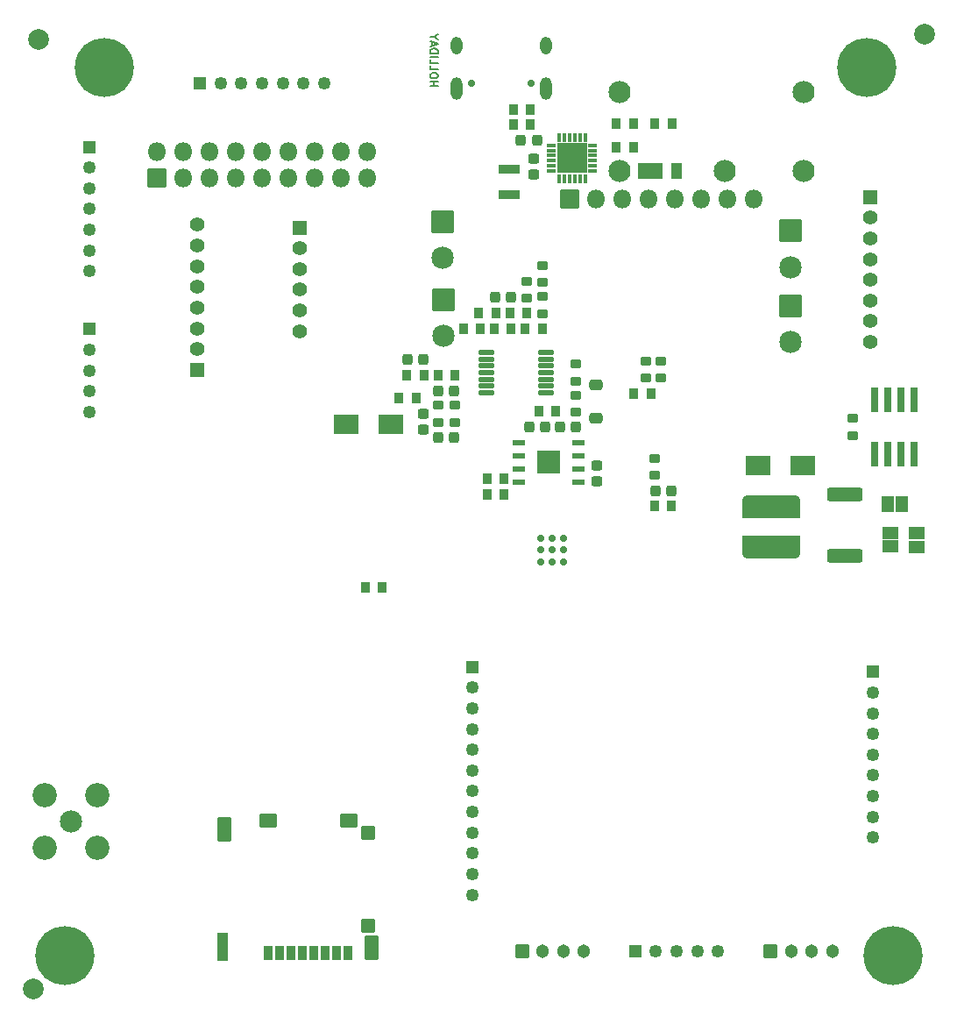
<source format=gbs>
%TF.GenerationSoftware,KiCad,Pcbnew,8.0.4*%
%TF.CreationDate,2025-03-18T17:40:55-07:00*%
%TF.ProjectId,mainboard,6d61696e-626f-4617-9264-2e6b69636164,v6.4*%
%TF.SameCoordinates,Original*%
%TF.FileFunction,Soldermask,Bot*%
%TF.FilePolarity,Negative*%
%FSLAX46Y46*%
G04 Gerber Fmt 4.6, Leading zero omitted, Abs format (unit mm)*
G04 Created by KiCad (PCBNEW 8.0.4) date 2025-03-18 17:40:55*
%MOMM*%
%LPD*%
G01*
G04 APERTURE LIST*
G04 Aperture macros list*
%AMRoundRect*
0 Rectangle with rounded corners*
0 $1 Rounding radius*
0 $2 $3 $4 $5 $6 $7 $8 $9 X,Y pos of 4 corners*
0 Add a 4 corners polygon primitive as box body*
4,1,4,$2,$3,$4,$5,$6,$7,$8,$9,$2,$3,0*
0 Add four circle primitives for the rounded corners*
1,1,$1+$1,$2,$3*
1,1,$1+$1,$4,$5*
1,1,$1+$1,$6,$7*
1,1,$1+$1,$8,$9*
0 Add four rect primitives between the rounded corners*
20,1,$1+$1,$2,$3,$4,$5,0*
20,1,$1+$1,$4,$5,$6,$7,0*
20,1,$1+$1,$6,$7,$8,$9,0*
20,1,$1+$1,$8,$9,$2,$3,0*%
%AMFreePoly0*
4,1,35,1.110921,2.785921,1.125800,2.750000,1.125800,-2.750000,1.110921,-2.785921,1.075000,-2.800800,-0.537500,-2.800800,-0.543557,-2.800438,-0.670818,-2.785155,-0.683397,-2.781975,-0.819570,-2.728276,-0.831629,-2.721496,-0.948265,-2.633048,-0.958048,-2.623265,-1.046496,-2.506629,-1.053276,-2.494570,-1.106975,-2.358397,-1.110155,-2.345818,-1.125438,-2.218557,-1.125800,-2.212500,-1.125800,2.212500,
-1.125438,2.218557,-1.110155,2.345818,-1.106975,2.358397,-1.053276,2.494570,-1.046496,2.506629,-0.958048,2.623265,-0.948265,2.633048,-0.831629,2.721496,-0.819570,2.728276,-0.683397,2.781975,-0.670818,2.785155,-0.543557,2.800438,-0.537500,2.800800,1.075000,2.800800,1.110921,2.785921,1.110921,2.785921,$1*%
%AMFreePoly1*
4,1,35,0.543557,2.800438,0.670818,2.785155,0.683397,2.781975,0.819570,2.728276,0.831629,2.721496,0.948265,2.633048,0.958048,2.623265,1.046496,2.506629,1.053276,2.494570,1.106975,2.358397,1.110155,2.345818,1.125438,2.218557,1.125800,2.212500,1.125800,-2.212500,1.125438,-2.218557,1.110155,-2.345818,1.106975,-2.358397,1.053276,-2.494570,1.046496,-2.506629,0.958048,-2.623265,
0.948265,-2.633048,0.831629,-2.721496,0.819570,-2.728276,0.683397,-2.781975,0.670818,-2.785155,0.543557,-2.800438,0.537500,-2.800800,-1.075000,-2.800800,-1.110921,-2.785921,-1.125800,-2.750000,-1.125800,2.750000,-1.110921,2.785921,-1.075000,2.800800,0.537500,2.800800,0.543557,2.800438,0.543557,2.800438,$1*%
G04 Aperture macros list end*
%ADD10C,0.190500*%
%ADD11C,5.701600*%
%ADD12C,2.133600*%
%ADD13C,2.151600*%
%ADD14C,2.351600*%
%ADD15RoundRect,0.063500X-1.016000X1.016000X-1.016000X-1.016000X1.016000X-1.016000X1.016000X1.016000X0*%
%ADD16C,2.159000*%
%ADD17C,0.701600*%
%ADD18O,1.101600X2.201600*%
%ADD19O,1.101600X1.701600*%
%ADD20RoundRect,0.050800X0.575000X0.575000X-0.575000X0.575000X-0.575000X-0.575000X0.575000X-0.575000X0*%
%ADD21C,1.251600*%
%ADD22RoundRect,0.050800X0.575000X-0.575000X0.575000X0.575000X-0.575000X0.575000X-0.575000X-0.575000X0*%
%ADD23RoundRect,0.050800X0.654000X-0.654000X0.654000X0.654000X-0.654000X0.654000X-0.654000X-0.654000X0*%
%ADD24C,1.409600*%
%ADD25RoundRect,0.076200X-0.575000X-0.575000X0.575000X-0.575000X0.575000X0.575000X-0.575000X0.575000X0*%
%ADD26C,1.302400*%
%ADD27RoundRect,0.050800X-0.654000X0.654000X-0.654000X-0.654000X0.654000X-0.654000X0.654000X0.654000X0*%
%ADD28RoundRect,0.063500X-0.580000X-0.625000X0.580000X-0.625000X0.580000X0.625000X-0.580000X0.625000X0*%
%ADD29RoundRect,0.063500X-0.750000X-0.575000X0.750000X-0.575000X0.750000X0.575000X-0.750000X0.575000X0*%
%ADD30RoundRect,0.063500X-0.575000X-1.100000X0.575000X-1.100000X0.575000X1.100000X-0.575000X1.100000X0*%
%ADD31RoundRect,0.063500X-0.475000X-1.250000X0.475000X-1.250000X0.475000X1.250000X-0.475000X1.250000X0*%
%ADD32RoundRect,0.063500X-0.580000X-0.600000X0.580000X-0.600000X0.580000X0.600000X-0.580000X0.600000X0*%
%ADD33RoundRect,0.063500X-0.400000X-0.620000X0.400000X-0.620000X0.400000X0.620000X-0.400000X0.620000X0*%
%ADD34C,2.000000*%
%ADD35RoundRect,0.225400X-0.225400X-0.300400X0.225400X-0.300400X0.225400X0.300400X-0.225400X0.300400X0*%
%ADD36RoundRect,0.050800X0.150000X0.400000X-0.150000X0.400000X-0.150000X-0.400000X0.150000X-0.400000X0*%
%ADD37RoundRect,0.050800X-0.400000X0.150000X-0.400000X-0.150000X0.400000X-0.150000X0.400000X0.150000X0*%
%ADD38RoundRect,0.050800X-1.400000X1.400000X-1.400000X-1.400000X1.400000X-1.400000X1.400000X1.400000X0*%
%ADD39RoundRect,0.225400X0.225400X0.300400X-0.225400X0.300400X-0.225400X-0.300400X0.225400X-0.300400X0*%
%ADD40RoundRect,0.250400X0.275400X-0.250400X0.275400X0.250400X-0.275400X0.250400X-0.275400X-0.250400X0*%
%ADD41RoundRect,0.200155X-0.850645X0.250645X-0.850645X-0.250645X0.850645X-0.250645X0.850645X0.250645X0*%
%ADD42RoundRect,0.063500X-0.450000X-0.700000X0.450000X-0.700000X0.450000X0.700000X-0.450000X0.700000X0*%
%ADD43RoundRect,0.063500X-1.100000X-0.700000X1.100000X-0.700000X1.100000X0.700000X-1.100000X0.700000X0*%
%ADD44RoundRect,0.050800X-0.850000X0.850000X-0.850000X-0.850000X0.850000X-0.850000X0.850000X0.850000X0*%
%ADD45O,1.801600X1.801600*%
%ADD46RoundRect,0.225400X0.300400X-0.225400X0.300400X0.225400X-0.300400X0.225400X-0.300400X-0.225400X0*%
%ADD47RoundRect,0.050800X-0.750000X0.500000X-0.750000X-0.500000X0.750000X-0.500000X0.750000X0.500000X0*%
%ADD48RoundRect,0.250400X-0.250400X-0.275400X0.250400X-0.275400X0.250400X0.275400X-0.250400X0.275400X0*%
%ADD49RoundRect,0.225400X-0.300400X0.225400X-0.300400X-0.225400X0.300400X-0.225400X0.300400X0.225400X0*%
%ADD50RoundRect,0.250400X0.250400X0.275400X-0.250400X0.275400X-0.250400X-0.275400X0.250400X-0.275400X0*%
%ADD51FreePoly0,270.000000*%
%ADD52FreePoly1,270.000000*%
%ADD53RoundRect,0.050800X1.175000X-0.850000X1.175000X0.850000X-1.175000X0.850000X-1.175000X-0.850000X0*%
%ADD54RoundRect,0.050800X-0.304800X-1.104900X0.304800X-1.104900X0.304800X1.104900X-0.304800X1.104900X0*%
%ADD55RoundRect,0.270735X-1.455065X0.392565X-1.455065X-0.392565X1.455065X-0.392565X1.455065X0.392565X0*%
%ADD56RoundRect,0.125400X-0.662900X-0.125400X0.662900X-0.125400X0.662900X0.125400X-0.662900X0.125400X0*%
%ADD57RoundRect,0.063500X-0.525000X-0.225000X0.525000X-0.225000X0.525000X0.225000X-0.525000X0.225000X0*%
%ADD58RoundRect,0.063500X-1.050000X1.050000X-1.050000X-1.050000X1.050000X-1.050000X1.050000X1.050000X0*%
%ADD59RoundRect,0.050800X0.500000X0.750000X-0.500000X0.750000X-0.500000X-0.750000X0.500000X-0.750000X0*%
%ADD60RoundRect,0.250400X-0.275400X0.250400X-0.275400X-0.250400X0.275400X-0.250400X0.275400X0.250400X0*%
%ADD61RoundRect,0.250400X-0.400400X0.250400X-0.400400X-0.250400X0.400400X-0.250400X0.400400X0.250400X0*%
G04 APERTURE END LIST*
D10*
X138657390Y-59349285D02*
X139419390Y-59349285D01*
X139056533Y-59349285D02*
X139056533Y-58913856D01*
X138657390Y-58913856D02*
X139419390Y-58913856D01*
X139419390Y-58405856D02*
X139419390Y-58260713D01*
X139419390Y-58260713D02*
X139383104Y-58188142D01*
X139383104Y-58188142D02*
X139310533Y-58115570D01*
X139310533Y-58115570D02*
X139165390Y-58079285D01*
X139165390Y-58079285D02*
X138911390Y-58079285D01*
X138911390Y-58079285D02*
X138766247Y-58115570D01*
X138766247Y-58115570D02*
X138693676Y-58188142D01*
X138693676Y-58188142D02*
X138657390Y-58260713D01*
X138657390Y-58260713D02*
X138657390Y-58405856D01*
X138657390Y-58405856D02*
X138693676Y-58478428D01*
X138693676Y-58478428D02*
X138766247Y-58550999D01*
X138766247Y-58550999D02*
X138911390Y-58587285D01*
X138911390Y-58587285D02*
X139165390Y-58587285D01*
X139165390Y-58587285D02*
X139310533Y-58550999D01*
X139310533Y-58550999D02*
X139383104Y-58478428D01*
X139383104Y-58478428D02*
X139419390Y-58405856D01*
X138657390Y-57389856D02*
X138657390Y-57752713D01*
X138657390Y-57752713D02*
X139419390Y-57752713D01*
X138657390Y-56772999D02*
X138657390Y-57135856D01*
X138657390Y-57135856D02*
X139419390Y-57135856D01*
X138657390Y-56518999D02*
X139419390Y-56518999D01*
X138657390Y-56156142D02*
X139419390Y-56156142D01*
X139419390Y-56156142D02*
X139419390Y-55974713D01*
X139419390Y-55974713D02*
X139383104Y-55865856D01*
X139383104Y-55865856D02*
X139310533Y-55793285D01*
X139310533Y-55793285D02*
X139237961Y-55756999D01*
X139237961Y-55756999D02*
X139092818Y-55720713D01*
X139092818Y-55720713D02*
X138983961Y-55720713D01*
X138983961Y-55720713D02*
X138838818Y-55756999D01*
X138838818Y-55756999D02*
X138766247Y-55793285D01*
X138766247Y-55793285D02*
X138693676Y-55865856D01*
X138693676Y-55865856D02*
X138657390Y-55974713D01*
X138657390Y-55974713D02*
X138657390Y-56156142D01*
X138875104Y-55430428D02*
X138875104Y-55067571D01*
X138657390Y-55502999D02*
X139419390Y-55248999D01*
X139419390Y-55248999D02*
X138657390Y-54994999D01*
X139020247Y-54595856D02*
X138657390Y-54595856D01*
X139419390Y-54849856D02*
X139020247Y-54595856D01*
X139020247Y-54595856D02*
X139419390Y-54341856D01*
D11*
X107236100Y-57564100D03*
X103426100Y-143294100D03*
X183426100Y-143294100D03*
X180896100Y-57564100D03*
D12*
X157000000Y-67500000D03*
X157000000Y-59880000D03*
X167160000Y-67500000D03*
X174780000Y-59880000D03*
X174780000Y-67500000D03*
D13*
X103949500Y-130365500D03*
D14*
X106489500Y-127825500D03*
X101409500Y-127825500D03*
X106489500Y-132905500D03*
X101409500Y-132905500D03*
D15*
X173532800Y-80572200D03*
D16*
X173532800Y-84072200D03*
D15*
X139954000Y-79959200D03*
D16*
X139954000Y-83459200D03*
D17*
X148437000Y-59053000D03*
X142667000Y-59053000D03*
D18*
X149872000Y-59553000D03*
D19*
X149872000Y-55413000D03*
D18*
X141232000Y-59553000D03*
D19*
X141232000Y-55413000D03*
D15*
X139903200Y-72440800D03*
D16*
X139903200Y-75940800D03*
D15*
X173532800Y-73307800D03*
D16*
X173532800Y-76807800D03*
D17*
X149326667Y-103010000D03*
X149326667Y-104143333D03*
X149326667Y-105276666D03*
X150460000Y-103010000D03*
X150460000Y-104143333D03*
X150460000Y-105276666D03*
X151593333Y-103010000D03*
X151593333Y-104143333D03*
X151593333Y-105276666D03*
D20*
X158484001Y-142920000D03*
D21*
X160484002Y-142920000D03*
X162484001Y-142920000D03*
X164484002Y-142920000D03*
X166484000Y-142920000D03*
D22*
X105800000Y-82799999D03*
D21*
X105800000Y-84800000D03*
X105800000Y-86799999D03*
X105800000Y-88800000D03*
X105800000Y-90799998D03*
D23*
X181200000Y-70050001D03*
D24*
X181200000Y-72050002D03*
X181200000Y-74050001D03*
X181200000Y-76050002D03*
X181200000Y-78050000D03*
X181200000Y-80050001D03*
X181200000Y-82050000D03*
X181200000Y-84050001D03*
D22*
X142720000Y-115430000D03*
D21*
X142720000Y-117430001D03*
X142720000Y-119430000D03*
X142720000Y-121430001D03*
X142720000Y-123429999D03*
X142720000Y-125430000D03*
X142720000Y-127429999D03*
X142720000Y-129430000D03*
X142720000Y-131430001D03*
X142720000Y-133430000D03*
X142720000Y-135430000D03*
X142720000Y-137430000D03*
D25*
X147550000Y-142920000D03*
D26*
X149550000Y-142920000D03*
X151550000Y-142920000D03*
X153550000Y-142920000D03*
D23*
X126100000Y-73000000D03*
D24*
X126100000Y-75000000D03*
X126100000Y-77000000D03*
X126100000Y-79000000D03*
X126100000Y-81000000D03*
X126100000Y-83000000D03*
D27*
X116205000Y-86739999D03*
D24*
X116205000Y-84739998D03*
X116205000Y-82739999D03*
X116205000Y-80739998D03*
X116205000Y-78740000D03*
X116205000Y-76739999D03*
X116205000Y-74740000D03*
X116205000Y-72739999D03*
D22*
X105750000Y-65214001D03*
D21*
X105750000Y-67214002D03*
X105750000Y-69214001D03*
X105750000Y-71214002D03*
X105750000Y-73214000D03*
X105750000Y-75214001D03*
X105750000Y-77214000D03*
D25*
X171550000Y-142920000D03*
D26*
X173550000Y-142920000D03*
X175550000Y-142920000D03*
X177550000Y-142920000D03*
D20*
X116450001Y-59050000D03*
D21*
X118450002Y-59050000D03*
X120450001Y-59050000D03*
X122450002Y-59050000D03*
X124450000Y-59050000D03*
X126450001Y-59050000D03*
X128450000Y-59050000D03*
D22*
X181491000Y-115900000D03*
D21*
X181491000Y-117900001D03*
X181491000Y-119900000D03*
X181491000Y-121900001D03*
X181491000Y-123899999D03*
X181491000Y-125900000D03*
X181491000Y-127899999D03*
X181491000Y-129900000D03*
X181491000Y-131900001D03*
D28*
X132650000Y-140425000D03*
D29*
X130850000Y-130300000D03*
X123070000Y-130300000D03*
D30*
X118765000Y-131095000D03*
X133055000Y-142575000D03*
D31*
X118665000Y-142425000D03*
D32*
X132650000Y-131425000D03*
D33*
X130710000Y-143055000D03*
X129610000Y-143055000D03*
X128510000Y-143055000D03*
X127410000Y-143055000D03*
X126310000Y-143055000D03*
X125210000Y-143055000D03*
X124110000Y-143055000D03*
X123010000Y-143055000D03*
D34*
X186436000Y-54356000D03*
D35*
X146700000Y-61604600D03*
X148350000Y-61604600D03*
D36*
X151150000Y-64294000D03*
X151650000Y-64294000D03*
X152150000Y-64294000D03*
X152650000Y-64294000D03*
X153150000Y-64294000D03*
X153650000Y-64294000D03*
D37*
X154400000Y-65044000D03*
X154400000Y-65544000D03*
X154400000Y-66044000D03*
X154400000Y-66544000D03*
X154400000Y-67044000D03*
X154400000Y-67544000D03*
D36*
X153650000Y-68294000D03*
X153150000Y-68294000D03*
X152650000Y-68294000D03*
X152150000Y-68294000D03*
X151650000Y-68294000D03*
X151150000Y-68294000D03*
D37*
X150400000Y-67544000D03*
X150400000Y-67044000D03*
X150400000Y-66544000D03*
X150400000Y-66044000D03*
X150400000Y-65544000D03*
X150400000Y-65044000D03*
D38*
X152400000Y-66294000D03*
D39*
X158305000Y-65278000D03*
X156655000Y-65278000D03*
D40*
X148666200Y-67900000D03*
X148666200Y-66350000D03*
D39*
X162038800Y-62941200D03*
X160388800Y-62941200D03*
D35*
X156655000Y-62941200D03*
X158305000Y-62941200D03*
D39*
X148350000Y-63075000D03*
X146700000Y-63075000D03*
D41*
X146300000Y-67400000D03*
X146300000Y-69800000D03*
D42*
X162461000Y-67500500D03*
D43*
X159911000Y-67500500D03*
D44*
X152146000Y-70231000D03*
D45*
X154686000Y-70231000D03*
X157226000Y-70231000D03*
X159766000Y-70231000D03*
X162306000Y-70231000D03*
X164846000Y-70231000D03*
X167386000Y-70231000D03*
X169926000Y-70231000D03*
D39*
X134075000Y-107750000D03*
X132425000Y-107750000D03*
D46*
X161000000Y-87525000D03*
X161000000Y-85875000D03*
D34*
X100838000Y-54864000D03*
D46*
X159500000Y-87525000D03*
X159500000Y-85875000D03*
X152750000Y-87825000D03*
X152750000Y-86175000D03*
D35*
X149175000Y-90750000D03*
X150825000Y-90750000D03*
D39*
X149525000Y-82750000D03*
X147875000Y-82750000D03*
X146525000Y-82750000D03*
X144875000Y-82750000D03*
D46*
X179500000Y-93075000D03*
X179500000Y-91425000D03*
D47*
X183150000Y-102500000D03*
X183150000Y-103800000D03*
D39*
X143525000Y-82750000D03*
X141875000Y-82750000D03*
D48*
X144925000Y-79750000D03*
X146475000Y-79750000D03*
D35*
X144175000Y-97250000D03*
X145825000Y-97250000D03*
D49*
X149500000Y-79675000D03*
X149500000Y-81325000D03*
X160400000Y-95275000D03*
X160400000Y-96925000D03*
X141045000Y-90175000D03*
X141045000Y-91825000D03*
D39*
X161990000Y-99900000D03*
X160340000Y-99900000D03*
D48*
X148225000Y-92250000D03*
X149775000Y-92250000D03*
D35*
X158375000Y-89000000D03*
X160025000Y-89000000D03*
D50*
X152775000Y-92250000D03*
X151225000Y-92250000D03*
D48*
X136475000Y-85750000D03*
X138025000Y-85750000D03*
D35*
X135675000Y-89500000D03*
X137325000Y-89500000D03*
D48*
X139475000Y-88750000D03*
X141025000Y-88750000D03*
D51*
X171600000Y-99975000D03*
D52*
X171600000Y-103825000D03*
D35*
X136425000Y-87250000D03*
X138075000Y-87250000D03*
D47*
X185650000Y-102525000D03*
X185650000Y-103825000D03*
D34*
X100330000Y-146558000D03*
D53*
X174650000Y-96012000D03*
X170350000Y-96012000D03*
D46*
X139500000Y-91825000D03*
X139500000Y-90175000D03*
D35*
X139425000Y-87250000D03*
X141075000Y-87250000D03*
D48*
X139475000Y-93250000D03*
X141025000Y-93250000D03*
D39*
X145025000Y-81250000D03*
X143375000Y-81250000D03*
D54*
X181595000Y-89633800D03*
X182865000Y-89633800D03*
X184135000Y-89633800D03*
X185405000Y-89633800D03*
X185405000Y-94866200D03*
X184135000Y-94866200D03*
X182865000Y-94866200D03*
X181595000Y-94866200D03*
D49*
X149500000Y-76675000D03*
X149500000Y-78325000D03*
D48*
X147450000Y-64575000D03*
X149000000Y-64575000D03*
D55*
X178765200Y-98764500D03*
X178765200Y-104689500D03*
D56*
X144137500Y-88950000D03*
X144137500Y-88300000D03*
X144137500Y-87650000D03*
X144137500Y-87000000D03*
X144137500Y-86350000D03*
X144137500Y-85700000D03*
X144137500Y-85050000D03*
X149862500Y-85050000D03*
X149862500Y-85700000D03*
X149862500Y-86350000D03*
X149862500Y-87000000D03*
X149862500Y-87650000D03*
X149862500Y-88300000D03*
X149862500Y-88950000D03*
D57*
X147285000Y-97560000D03*
X147285000Y-96290000D03*
X147285000Y-95020000D03*
X147285000Y-93750000D03*
X152985000Y-93750000D03*
X152985000Y-95020000D03*
X152985000Y-96290000D03*
X152985000Y-97560000D03*
D58*
X150135000Y-95655000D03*
D53*
X134900000Y-92000000D03*
X130600000Y-92000000D03*
D39*
X148025000Y-81250000D03*
X146375000Y-81250000D03*
D59*
X184225000Y-99675000D03*
X182925000Y-99675000D03*
D60*
X138000000Y-90975000D03*
X138000000Y-92525000D03*
D49*
X152750000Y-89175000D03*
X152750000Y-90825000D03*
X148000000Y-78175000D03*
X148000000Y-79825000D03*
D44*
X112280000Y-68240000D03*
D45*
X112280000Y-65700000D03*
X114820000Y-68240000D03*
X114820000Y-65700000D03*
X117360000Y-68240000D03*
X117360000Y-65700000D03*
X119900000Y-68240000D03*
X119900000Y-65700000D03*
X122440000Y-68240000D03*
X122440000Y-65700000D03*
X124980000Y-68240000D03*
X124980000Y-65700000D03*
X127520000Y-68240000D03*
X127520000Y-65700000D03*
X130060000Y-68240000D03*
X130060000Y-65700000D03*
X132600000Y-68240000D03*
X132600000Y-65700000D03*
D39*
X145825000Y-98750000D03*
X144175000Y-98750000D03*
D61*
X154700000Y-88150000D03*
X154700000Y-91450000D03*
D40*
X154750000Y-97525000D03*
X154750000Y-95975000D03*
D48*
X160425000Y-98400000D03*
X161975000Y-98400000D03*
M02*

</source>
